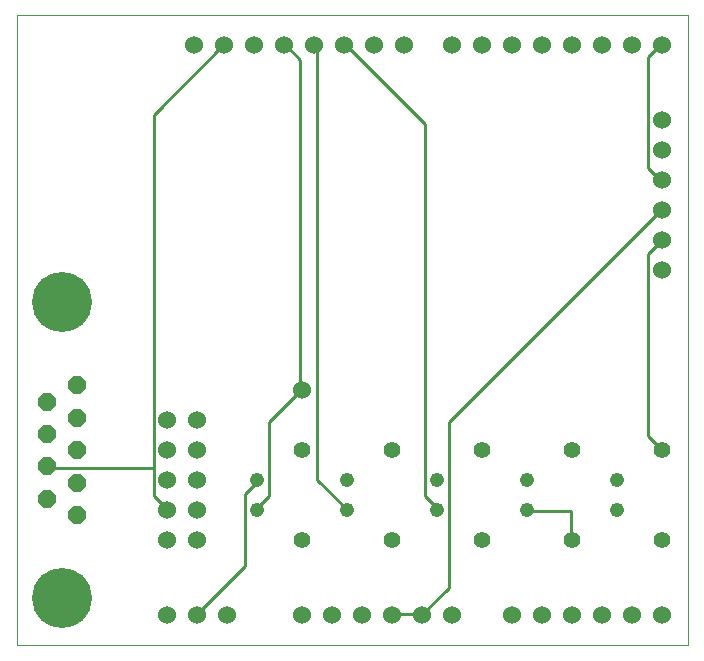
<source format=gtl>
G75*
G70*
%OFA0B0*%
%FSLAX24Y24*%
%IPPOS*%
%LPD*%
%AMOC8*
5,1,8,0,0,1.08239X$1,22.5*
%
%ADD10C,0.0000*%
%ADD11OC8,0.0600*%
%ADD12C,0.2000*%
%ADD13C,0.0600*%
%ADD14C,0.0476*%
%ADD15C,0.0554*%
%ADD16C,0.0100*%
D10*
X005705Y000837D02*
X005705Y021833D01*
X028075Y021833D01*
X028075Y000837D01*
X005705Y000837D01*
D11*
X007705Y005177D03*
X006705Y005717D03*
X007705Y006257D03*
X006705Y006797D03*
X007705Y007337D03*
X006705Y007877D03*
X007705Y008417D03*
X006705Y008957D03*
X007705Y009497D03*
D12*
X007205Y012267D03*
X007205Y002407D03*
D13*
X010705Y001837D03*
X011705Y001837D03*
X012705Y001837D03*
X015205Y001837D03*
X016205Y001837D03*
X017205Y001837D03*
X018205Y001837D03*
X019205Y001837D03*
X020205Y001837D03*
X022205Y001837D03*
X023205Y001837D03*
X024205Y001837D03*
X025205Y001837D03*
X026205Y001837D03*
X027205Y001837D03*
X015205Y009337D03*
X011705Y008337D03*
X010705Y008337D03*
X010705Y007337D03*
X011705Y007337D03*
X011705Y006337D03*
X010705Y006337D03*
X010705Y005337D03*
X011705Y005337D03*
X011705Y004337D03*
X010705Y004337D03*
X027205Y013337D03*
X027205Y014337D03*
X027205Y015337D03*
X027205Y016337D03*
X027205Y017337D03*
X027205Y018337D03*
X027205Y020837D03*
X026205Y020837D03*
X025205Y020837D03*
X024205Y020837D03*
X023205Y020837D03*
X022205Y020837D03*
X021205Y020837D03*
X020205Y020837D03*
X018605Y020837D03*
X017605Y020837D03*
X016605Y020837D03*
X015605Y020837D03*
X014605Y020837D03*
X013605Y020837D03*
X012605Y020837D03*
X011605Y020837D03*
D14*
X013705Y006337D03*
X013705Y005337D03*
X016705Y005337D03*
X016705Y006337D03*
X019705Y006337D03*
X019705Y005337D03*
X022705Y005337D03*
X022705Y006337D03*
X025705Y006337D03*
X025705Y005337D03*
D15*
X027205Y004337D03*
X024205Y004337D03*
X021205Y004337D03*
X018205Y004337D03*
X015205Y004337D03*
X015205Y007337D03*
X018205Y007337D03*
X021205Y007337D03*
X024205Y007337D03*
X027205Y007337D03*
D16*
X026745Y007797D01*
X026745Y013877D01*
X027205Y014337D01*
X027145Y015317D02*
X027205Y015337D01*
X027145Y015317D02*
X020105Y008277D01*
X020105Y002757D01*
X019225Y001877D01*
X019205Y001837D01*
X019145Y001877D01*
X018265Y001877D01*
X018205Y001837D01*
X019705Y005337D02*
X019705Y005397D01*
X019305Y005797D01*
X019305Y018197D01*
X016665Y020837D01*
X016605Y020837D01*
X015705Y020757D02*
X015625Y020837D01*
X015605Y020837D01*
X015705Y020757D02*
X015705Y006357D01*
X016665Y005397D01*
X016705Y005337D01*
X014105Y005797D02*
X013705Y005397D01*
X013705Y005337D01*
X014105Y005797D02*
X014105Y008277D01*
X015145Y009317D01*
X015205Y009337D01*
X015145Y009397D01*
X015145Y020357D01*
X014665Y020837D01*
X014605Y020837D01*
X012605Y020837D02*
X012585Y020837D01*
X010265Y018517D01*
X010265Y006757D01*
X010265Y005797D01*
X010665Y005397D01*
X010705Y005337D01*
X010265Y006757D02*
X006745Y006757D01*
X006705Y006797D01*
X011705Y001877D02*
X011705Y001837D01*
X011705Y001877D02*
X013305Y003477D01*
X013305Y005877D01*
X013705Y006277D01*
X013705Y006337D01*
X022705Y005337D02*
X022745Y005317D01*
X024185Y005317D01*
X024185Y004357D01*
X024205Y004337D01*
X027205Y016337D02*
X027145Y016357D01*
X026745Y016757D01*
X026745Y020437D01*
X027145Y020837D01*
X027205Y020837D01*
M02*

</source>
